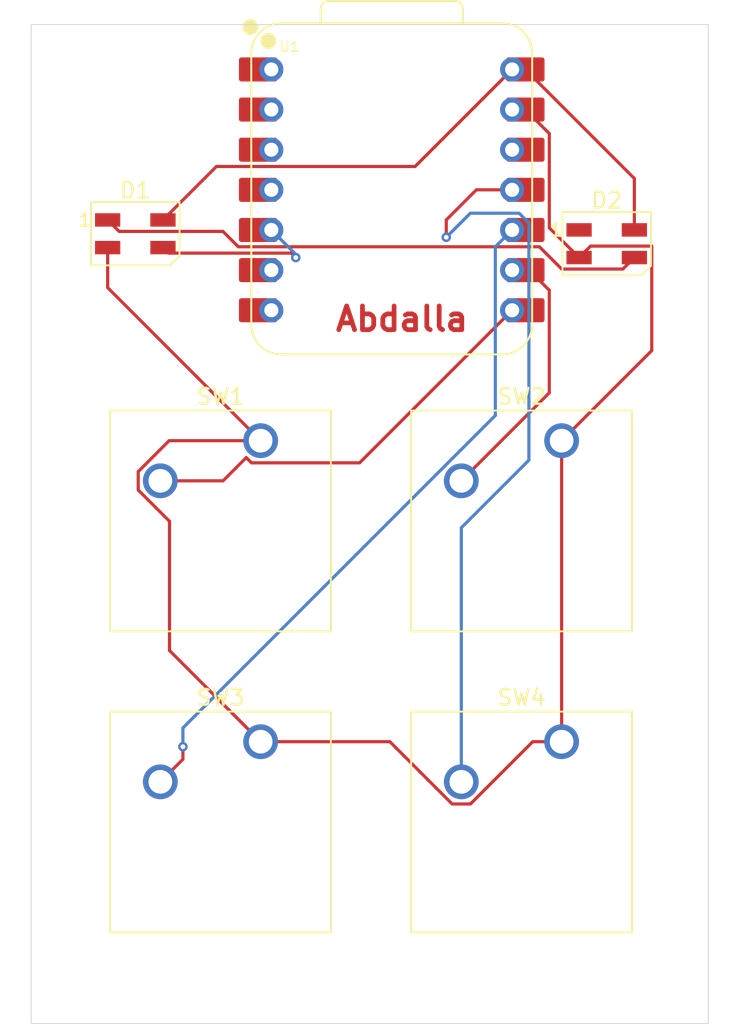
<source format=kicad_pcb>
(kicad_pcb (version 20241229) (generator "pcbnew") (generator_version "9.0")
  (layers (0 "F.Cu" signal) (2 "B.Cu" signal) (13 "F.Paste" user) (15 "B.Paste" user) (5 "F.SilkS" user "F.Silkscreen") (7 "B.SilkS" user "B.Silkscreen") (1 "F.Mask" user) (3 "B.Mask" user) (25 "Edge.Cuts" user))
  (net 0 "")
  (net 1 "Net-(D1-DOUT)")
  (net 2 "Net-(D1-DIN)")
  (net 3 "+5V")
  (net 4 "GND")
  (net 6 "Net-(U1-GPIO1{slash}RX)")
  (net 7 "Net-(U1-GPIO2{slash}SCK)")
  (net 8 "Net-(U1-GPIO4{slash}MISO)")
  (net 9 "Net-(U1-GPIO3{slash}MOSI)")
  (net 10 "unconnected-(U1-GPIO27{slash}ADC1{slash}A1-Pad2)")
  (net 11 "unconnected-(U1-GPIO7{slash}SCL-Pad6)")
  (net 12 "unconnected-(U1-GPIO0{slash}TX-Pad7)")
  (net 13 "unconnected-(U1-3V3-Pad12)")
  (net 14 "unconnected-(U1-GPIO26{slash}ADC0{slash}A0-Pad1)")
  (net 15 "unconnected-(U1-GPIO29{slash}ADC3{slash}A3-Pad4)")
  (net 16 "unconnected-(U1-GPIO28{slash}ADC2{slash}A2-Pad3)")
  (footprint "Button_Switch_Keyboard:SW_Cherry_MX_1.00u_PCB" (layer "F.Cu") (at 152.5588 118.745)
    (property "Reference" "SW4" (at -2.54 -2.794 0) (layer "F.SilkS"))
    (property "Value" "Button_Switch_SMD:SW_SPST_EVQP7A")
    (fp_line (start -9.525 -1.905) (end 4.445 -1.905) (stroke (width 0.12)) (layer "F.SilkS"))
    (fp_line (start -9.525 12.065) (end -9.525 -1.905) (stroke (width 0.12)) (layer "F.SilkS"))
    (fp_line (start 4.445 -1.905) (end 4.445 12.065) (stroke (width 0.12)) (layer "F.SilkS"))
    (fp_line (start 4.445 12.065) (end -9.525 12.065) (stroke (width 0.12)) (layer "F.SilkS"))
    (pad "" np_thru_hole circle (at -7.62 5.08) (size 1.7 1.7) (drill 1.7) (layers "*.Cu" "*.Mask"))
    (pad "" np_thru_hole circle (at -2.54 5.08) (size 4 4) (drill 4) (layers "*.Cu" "*.Mask"))
    (pad "" np_thru_hole circle (at 2.54 5.08) (size 1.7 1.7) (drill 1.7) (layers "*.Cu" "*.Mask"))
    (pad "1" thru_hole circle (at 0 0) (size 2.2 2.2) (drill 1.5) (layers "*.Cu" "*.Mask") (net 4 "GND"))
    (pad "2" thru_hole circle (at -6.35 2.54) (size 2.2 2.2) (drill 1.5) (layers "*.Cu" "*.Mask") (net 9 "Net-(U1-GPIO3{slash}MOSI)"))
  )
  (footprint "Seeed Studio XIAO Series Library:XIAO-RP2040-DIP" (layer "F.Cu") (at 141.805 83.82)
    (property "Reference" "U1" (at -6.485 -9.06 0) (layer "F.SilkS") (effects (font (size 0.635 0.635) (thickness 0.1016))))
    (property "Value" "XIAO-RP2040-DIP")
    (fp_line (start -8.89 8.509) (end -8.89 -8.636) (stroke (width 0.127)) (layer "F.SilkS"))
    (fp_line (start -6.985 10.414) (end 6.985 10.414) (stroke (width 0.127)) (layer "F.SilkS"))
    (fp_line (start -4.495 -10.541) (end -4.491272 -11.451272) (stroke (width 0.127)) (layer "F.SilkS"))
    (fp_line (start -3.991272 -11.951) (end 4.004 -11.951) (stroke (width 0.127)) (layer "F.SilkS"))
    (fp_line (start 4.504 -11.451) (end 4.504 -10.541) (stroke (width 0.127)) (layer "F.SilkS"))
    (fp_line (start 6.985 -10.541) (end -6.985 -10.541) (stroke (width 0.1)) (layer "F.SilkS"))
    (fp_line (start 6.985 -10.541) (end -6.985 -10.541) (stroke (width 0.127)) (layer "F.SilkS"))
    (fp_line (start 8.89 8.509) (end 8.89 -8.636) (stroke (width 0.127)) (layer "F.SilkS"))
    (fp_arc (start -8.89 -8.636) (mid -8.332038 -9.983038) (end -6.985 -10.541) (stroke (width 0.127)) (layer "F.SilkS"))
    (fp_arc (start -6.985 10.414) (mid -8.332038 9.856038) (end -8.89 8.509) (stroke (width 0.127)) (layer "F.SilkS"))
    (fp_arc (start -4.491272 -11.451272) (mid -4.344728 -11.80464) (end -3.991272 -11.951) (stroke (width 0.127)) (layer "F.SilkS"))
    (fp_arc (start 4.004 -11.951) (mid 4.357553 -11.804553) (end 4.504 -11.451) (stroke (width 0.127)) (layer "F.SilkS"))
    (fp_arc (start 6.985 -10.541) (mid 8.332038 -9.983038) (end 8.89 -8.636) (stroke (width 0.127)) (layer "F.SilkS"))
    (fp_arc (start 8.89 8.509) (mid 8.332038 9.856038) (end 6.985 10.414) (stroke (width 0.127)) (layer "F.SilkS"))
    (fp_circle (center -8.95 -10.3) (end -8.95 -10.554) (stroke (width 0.5)) (fill yes) (layer "F.SilkS"))
    (fp_circle (center -7.807 -9.42) (end -7.807 -9.674) (stroke (width 0.5)) (fill yes) (layer "F.SilkS"))
    (pad "1" smd roundrect (at -8.455 -7.62 180) (size 2.432 1.524) (layers "F.Cu" "F.Mask") (roundrect_rratio 0.1) (net 14 "unconnected-(U1-GPIO26{slash}ADC0{slash}A0-Pad1)"))
    (pad "1" thru_hole circle (at -7.62 -7.62 180) (size 1.524 1.524) (drill 0.889) (layers "*.Cu" "*.Mask") (net 14 "unconnected-(U1-GPIO26{slash}ADC0{slash}A0-Pad1)"))
    (pad "2" smd roundrect (at -8.455 -5.08 180) (size 2.432 1.524) (layers "F.Cu" "F.Mask") (roundrect_rratio 0.1) (net 10 "unconnected-(U1-GPIO27{slash}ADC1{slash}A1-Pad2)"))
    (pad "2" thru_hole circle (at -7.62 -5.08 180) (size 1.524 1.524) (drill 0.889) (layers "*.Cu" "*.Mask") (net 10 "unconnected-(U1-GPIO27{slash}ADC1{slash}A1-Pad2)"))
    (pad "3" smd roundrect (at -8.455 -2.54 180) (size 2.432 1.524) (layers "F.Cu" "F.Mask") (roundrect_rratio 0.1) (net 16 "unconnected-(U1-GPIO28{slash}ADC2{slash}A2-Pad3)"))
    (pad "3" thru_hole circle (at -7.62 -2.54 180) (size 1.524 1.524) (drill 0.889) (layers "*.Cu" "*.Mask") (net 16 "unconnected-(U1-GPIO28{slash}ADC2{slash}A2-Pad3)"))
    (pad "4" smd roundrect (at -8.455 0 180) (size 2.432 1.524) (layers "F.Cu" "F.Mask") (roundrect_rratio 0.1) (net 15 "unconnected-(U1-GPIO29{slash}ADC3{slash}A3-Pad4)"))
    (pad "4" thru_hole circle (at -7.62 0 180) (size 1.524 1.524) (drill 0.889) (layers "*.Cu" "*.Mask") (net 15 "unconnected-(U1-GPIO29{slash}ADC3{slash}A3-Pad4)"))
    (pad "5" smd roundrect (at -8.455 2.54 180) (size 2.432 1.524) (layers "F.Cu" "F.Mask") (roundrect_rratio 0.1) (net 2 "Net-(D1-DIN)"))
    (pad "5" thru_hole circle (at -7.62 2.54 180) (size 1.524 1.524) (drill 0.889) (layers "*.Cu" "*.Mask") (net 2 "Net-(D1-DIN)"))
    (pad "6" smd roundrect (at -8.455 5.08 180) (size 2.432 1.524) (layers "F.Cu" "F.Mask") (roundrect_rratio 0.1) (net 11 "unconnected-(U1-GPIO7{slash}SCL-Pad6)"))
    (pad "6" thru_hole circle (at -7.62 5.08 180) (size 1.524 1.524) (drill 0.889) (layers "*.Cu" "*.Mask") (net 11 "unconnected-(U1-GPIO7{slash}SCL-Pad6)"))
    (pad "7" smd roundrect (at -8.455 7.62 180) (size 2.432 1.524) (layers "F.Cu" "F.Mask") (roundrect_rratio 0.1) (net 12 "unconnected-(U1-GPIO0{slash}TX-Pad7)"))
    (pad "7" thru_hole circle (at -7.62 7.62 180) (size 1.524 1.524) (drill 0.889) (layers "*.Cu" "*.Mask") (net 12 "unconnected-(U1-GPIO0{slash}TX-Pad7)"))
    (pad "8" thru_hole circle (at 7.62 7.62) (size 1.524 1.524) (drill 0.889) (layers "*.Cu" "*.Mask") (net 6 "Net-(U1-GPIO1{slash}RX)"))
    (pad "8" smd roundrect (at 8.455 7.62) (size 2.432 1.524) (layers "F.Cu" "F.Mask") (roundrect_rratio 0.1) (net 6 "Net-(U1-GPIO1{slash}RX)"))
    (pad "9" thru_hole circle (at 7.62 5.08) (size 1.524 1.524) (drill 0.889) (layers "*.Cu" "*.Mask") (net 7 "Net-(U1-GPIO2{slash}SCK)"))
    (pad "9" smd roundrect (at 8.455 5.08) (size 2.432 1.524) (layers "F.Cu" "F.Mask") (roundrect_rratio 0.1) (net 7 "Net-(U1-GPIO2{slash}SCK)"))
    (pad "10" thru_hole circle (at 7.62 2.54) (size 1.524 1.524) (drill 0.889) (layers "*.Cu" "*.Mask") (net 8 "Net-(U1-GPIO4{slash}MISO)"))
    (pad "10" smd roundrect (at 8.455 2.54) (size 2.432 1.524) (layers "F.Cu" "F.Mask") (roundrect_rratio 0.1) (net 8 "Net-(U1-GPIO4{slash}MISO)"))
    (pad "11" thru_hole circle (at 7.62 0) (size 1.524 1.524) (drill 0.889) (layers "*.Cu" "*.Mask") (net 9 "Net-(U1-GPIO3{slash}MOSI)"))
    (pad "11" smd roundrect (at 8.455 0) (size 2.432 1.524) (layers "F.Cu" "F.Mask") (roundrect_rratio 0.1) (net 9 "Net-(U1-GPIO3{slash}MOSI)"))
    (pad "12" thru_hole circle (at 7.62 -2.54) (size 1.524 1.524) (drill 0.889) (layers "*.Cu" "*.Mask") (net 13 "unconnected-(U1-3V3-Pad12)"))
    (pad "12" smd roundrect (at 8.455 -2.54) (size 2.432 1.524) (layers "F.Cu" "F.Mask") (roundrect_rratio 0.1) (net 13 "unconnected-(U1-3V3-Pad12)"))
    (pad "13" thru_hole circle (at 7.62 -5.08) (size 1.524 1.524) (drill 0.889) (layers "*.Cu" "*.Mask") (net 4 "GND"))
    (pad "13" smd roundrect (at 8.455 -5.08) (size 2.432 1.524) (layers "F.Cu" "F.Mask") (roundrect_rratio 0.1) (net 4 "GND"))
    (pad "14" thru_hole circle (at 7.62 -7.62) (size 1.524 1.524) (drill 0.889) (layers "*.Cu" "*.Mask") (net 3 "+5V"))
    (pad "14" smd roundrect (at 8.455 -7.62) (size 2.432 1.524) (layers "F.Cu" "F.Mask") (roundrect_rratio 0.1) (net 3 "+5V"))
  )
  (footprint "Button_Switch_Keyboard:SW_Cherry_MX_1.00u_PCB" (layer "F.Cu") (at 152.5588 99.695)
    (property "Reference" "SW2" (at -2.54 -2.794 0) (layer "F.SilkS"))
    (property "Value" "Button_Switch_SMD:SW_SPST_EVQP7A")
    (fp_line (start -9.525 -1.905) (end 4.445 -1.905) (stroke (width 0.12)) (layer "F.SilkS"))
    (fp_line (start -9.525 12.065) (end -9.525 -1.905) (stroke (width 0.12)) (layer "F.SilkS"))
    (fp_line (start 4.445 -1.905) (end 4.445 12.065) (stroke (width 0.12)) (layer "F.SilkS"))
    (fp_line (start 4.445 12.065) (end -9.525 12.065) (stroke (width 0.12)) (layer "F.SilkS"))
    (pad "" np_thru_hole circle (at -7.62 5.08) (size 1.7 1.7) (drill 1.7) (layers "*.Cu" "*.Mask"))
    (pad "" np_thru_hole circle (at -2.54 5.08) (size 4 4) (drill 4) (layers "*.Cu" "*.Mask"))
    (pad "" np_thru_hole circle (at 2.54 5.08) (size 1.7 1.7) (drill 1.7) (layers "*.Cu" "*.Mask"))
    (pad "1" thru_hole circle (at 0 0) (size 2.2 2.2) (drill 1.5) (layers "*.Cu" "*.Mask") (net 4 "GND"))
    (pad "2" thru_hole circle (at -6.35 2.54) (size 2.2 2.2) (drill 1.5) (layers "*.Cu" "*.Mask") (net 7 "Net-(U1-GPIO2{slash}SCK)"))
  )
  (footprint "LED_SMD:LED_SK6812MINI_PLCC4_3.5x3.5mm_P1.75mm" (layer "F.Cu") (at 125.575 86.6)
    (property "Reference" "D1" (at 0 -2.75 0) (layer "F.SilkS"))
    (property "Value" "SK6812MINI")
    (fp_line (start -2.8 -2) (end -2.8 2) (stroke (width 0.12)) (layer "F.SilkS"))
    (fp_line (start -2.8 -2) (end 2.8 -2) (stroke (width 0.12)) (layer "F.SilkS"))
    (fp_line (start -2.8 2) (end 2.2 2) (stroke (width 0.12)) (layer "F.SilkS"))
    (fp_line (start 2.8 1.4) (end 2.2 2) (stroke (width 0.12)) (layer "F.SilkS"))
    (fp_line (start 2.8 1.4) (end 2.8 -2) (stroke (width 0.12)) (layer "F.SilkS"))
    (fp_text user "1" (at -3.2 -0.875 0) (layer "F.SilkS") (effects (font (size 0.8 0.8))))
    (pad "1" smd rect (at -1.75 -0.875) (size 1.6 0.85) (layers "F.Cu" "F.Mask" "F.Paste") (net 1 "Net-(D1-DOUT)"))
    (pad "2" smd rect (at -1.75 0.875) (size 1.6 0.85) (layers "F.Cu" "F.Mask" "F.Paste") (net 4 "GND"))
    (pad "3" smd rect (at 1.75 0.875) (size 1.6 0.85) (layers "F.Cu" "F.Mask" "F.Paste") (net 2 "Net-(D1-DIN)"))
    (pad "4" smd rect (at 1.75 -0.875) (size 1.6 0.85) (layers "F.Cu" "F.Mask" "F.Paste") (net 3 "+5V"))
  )
  (footprint "Button_Switch_Keyboard:SW_Cherry_MX_1.00u_PCB" (layer "F.Cu") (at 133.5088 118.745)
    (property "Reference" "SW3" (at -2.54 -2.794 0) (layer "F.SilkS"))
    (property "Value" "Button_Switch_SMD:SW_SPST_EVQP7A")
    (fp_line (start -9.525 -1.905) (end 4.445 -1.905) (stroke (width 0.12)) (layer "F.SilkS"))
    (fp_line (start -9.525 12.065) (end -9.525 -1.905) (stroke (width 0.12)) (layer "F.SilkS"))
    (fp_line (start 4.445 -1.905) (end 4.445 12.065) (stroke (width 0.12)) (layer "F.SilkS"))
    (fp_line (start 4.445 12.065) (end -9.525 12.065) (stroke (width 0.12)) (layer "F.SilkS"))
    (pad "" np_thru_hole circle (at -7.62 5.08) (size 1.7 1.7) (drill 1.7) (layers "*.Cu" "*.Mask"))
    (pad "" np_thru_hole circle (at -2.54 5.08) (size 4 4) (drill 4) (layers "*.Cu" "*.Mask"))
    (pad "" np_thru_hole circle (at 2.54 5.08) (size 1.7 1.7) (drill 1.7) (layers "*.Cu" "*.Mask"))
    (pad "1" thru_hole circle (at 0 0) (size 2.2 2.2) (drill 1.5) (layers "*.Cu" "*.Mask") (net 4 "GND"))
    (pad "2" thru_hole circle (at -6.35 2.54) (size 2.2 2.2) (drill 1.5) (layers "*.Cu" "*.Mask") (net 8 "Net-(U1-GPIO4{slash}MISO)"))
  )
  (footprint "Button_Switch_Keyboard:SW_Cherry_MX_1.00u_PCB" (layer "F.Cu") (at 133.5088 99.695)
    (property "Reference" "SW1" (at -2.54 -2.794 0) (layer "F.SilkS"))
    (property "Value" "Button_Switch_SMD:SW_SPST_EVQP7A")
    (fp_line (start -9.525 -1.905) (end 4.445 -1.905) (stroke (width 0.12)) (layer "F.SilkS"))
    (fp_line (start -9.525 12.065) (end -9.525 -1.905) (stroke (width 0.12)) (layer "F.SilkS"))
    (fp_line (start 4.445 -1.905) (end 4.445 12.065) (stroke (width 0.12)) (layer "F.SilkS"))
    (fp_line (start 4.445 12.065) (end -9.525 12.065) (stroke (width 0.12)) (layer "F.SilkS"))
    (pad "" np_thru_hole circle (at -7.62 5.08) (size 1.7 1.7) (drill 1.7) (layers "*.Cu" "*.Mask"))
    (pad "" np_thru_hole circle (at -2.54 5.08) (size 4 4) (drill 4) (layers "*.Cu" "*.Mask"))
    (pad "" np_thru_hole circle (at 2.54 5.08) (size 1.7 1.7) (drill 1.7) (layers "*.Cu" "*.Mask"))
    (pad "1" thru_hole circle (at 0 0) (size 2.2 2.2) (drill 1.5) (layers "*.Cu" "*.Mask") (net 4 "GND"))
    (pad "2" thru_hole circle (at -6.35 2.54) (size 2.2 2.2) (drill 1.5) (layers "*.Cu" "*.Mask") (net 6 "Net-(U1-GPIO1{slash}RX)"))
  )
  (footprint "LED_SMD:LED_SK6812MINI_PLCC4_3.5x3.5mm_P1.75mm" (layer "F.Cu") (at 155.4125 87.2312)
    (property "Reference" "D2" (at 0 -2.75 0) (layer "F.SilkS"))
    (property "Value" "SK6812MINI")
    (fp_line (start -2.8 -2) (end -2.8 2) (stroke (width 0.12)) (layer "F.SilkS"))
    (fp_line (start -2.8 -2) (end 2.8 -2) (stroke (width 0.12)) (layer "F.SilkS"))
    (fp_line (start -2.8 2) (end 2.2 2) (stroke (width 0.12)) (layer "F.SilkS"))
    (fp_line (start 2.8 1.4) (end 2.2 2) (stroke (width 0.12)) (layer "F.SilkS"))
    (fp_line (start 2.8 1.4) (end 2.8 -2) (stroke (width 0.12)) (layer "F.SilkS"))
    (fp_text user "1" (at -3.2 -0.875 0) (layer "F.SilkS") (effects (font (size 0.8 0.8))))
    (pad "1" smd rect (at -1.75 -0.875) (size 1.6 0.85) (layers "F.Cu" "F.Mask" "F.Paste"))
    (pad "2" smd rect (at -1.75 0.875) (size 1.6 0.85) (layers "F.Cu" "F.Mask" "F.Paste") (net 4 "GND"))
    (pad "3" smd rect (at 1.75 0.875) (size 1.6 0.85) (layers "F.Cu" "F.Mask" "F.Paste") (net 1 "Net-(D1-DOUT)"))
    (pad "4" smd rect (at 1.75 -0.875) (size 1.6 0.85) (layers "F.Cu" "F.Mask" "F.Paste") (net 3 "+5V"))
  )
  (gr_rect (start 118.9775 73.36) (end 161.84 136.5825) (stroke (width 0.05)) (fill no) (layer "Edge.Cuts"))
  (gr_text "Abdalla" (at 138.1125 92.86875 0) (layer "F.Cu") (effects (font (size 1.5 1.5) (thickness 0.3) (bold yes)) (justify left bottom)))
  (segment (start 156.436 88.8322) (end 152.562 88.8322) (width 0.2) (layer "F.Cu") (net 1))
  (segment (start 151.152 87.423) (end 132.094 87.423) (width 0.2) (layer "F.Cu") (net 1))
  (segment (start 152.562 88.8322) (end 151.152 87.423) (width 0.2) (layer "F.Cu") (net 1))
  (segment (start 156.799 88.4692) (end 156.436 88.8322) (width 0.2) (layer "F.Cu") (net 1))
  (segment (start 131.122 86.451) (end 124.551 86.451) (width 0.2) (layer "F.Cu") (net 1))
  (segment (start 132.094 87.423) (end 131.122 86.451) (width 0.2) (layer "F.Cu") (net 1))
  (segment (start 124.551 86.451) (end 123.825 85.725) (width 0.2) (layer "F.Cu") (net 1))
  (segment (start 157.162 88.1062) (end 156.799 88.4692) (width 0.2) (layer "F.Cu") (net 1))
  (segment (start 156.799 88.4692) (end 156.7995 88.4692) (width 0.2) (layer "F.Cu") (net 1))
  (segment (start 156.7995 88.4692) (end 157.1625 88.1062) (width 0.2) (layer "F.Cu") (net 1))
  (segment (start 135.449 87.824) (end 135.731 88.1062) (width 0.2) (layer "F.Cu") (net 2))
  (segment (start 127.325 87.475) (end 127.674 87.824) (width 0.2) (layer "F.Cu") (net 2))
  (segment (start 133.35 86.36) (end 134.185 86.36) (width 0.2) (layer "F.Cu") (net 2))
  (segment (start 127.674 87.824) (end 135.449 87.824) (width 0.2) (layer "F.Cu") (net 2))
  (via (at 135.731 88.1062) (size 0.6) (drill 0.3) (layers "F.Cu" "B.Cu") (net 2))
  (segment (start 135.731 87.9062) (end 134.185 86.36) (width 0.2) (layer "B.Cu") (net 2))
  (segment (start 135.731 88.1062) (end 135.731 87.9062) (width 0.2) (layer "B.Cu") (net 2))
  (segment (start 143.282 82.343) (end 130.707 82.343) (width 0.2) (layer "F.Cu") (net 3))
  (segment (start 157.162 86.3562) (end 157.162 83.1025) (width 0.2) (layer "F.Cu") (net 3))
  (segment (start 149.425 76.2) (end 143.282 82.343) (width 0.2) (layer "F.Cu") (net 3))
  (segment (start 157.162 83.1025) (end 150.26 76.2) (width 0.2) (layer "F.Cu") (net 3))
  (segment (start 130.707 82.343) (end 127.325 85.725) (width 0.2) (layer "F.Cu") (net 3))
  (segment (start 150.26 76.2) (end 149.425 76.2) (width 0.2) (layer "F.Cu") (net 3))
  (segment (start 157.1625 86.3562) (end 157.162 86.3562) (width 0.2) (layer "F.Cu") (net 3))
  (segment (start 154.388 87.3802) (end 158.264 87.3802) (width 0.2) (layer "F.Cu") (net 4))
  (segment (start 153.6625 88.1062) (end 153.6623 88.106) (width 0.2) (layer "F.Cu") (net 4))
  (segment (start 158.264 87.3802) (end 158.264 93.9902) (width 0.2) (layer "F.Cu") (net 4))
  (segment (start 133.5088 99.695) (end 133.509 99.695) (width 0.2) (layer "F.Cu") (net 4))
  (segment (start 145.628 122.686) (end 141.687 118.745) (width 0.2) (layer "F.Cu") (net 4))
  (segment (start 133.509 118.745) (end 131.2485 116.4845) (width 0.2) (layer "F.Cu") (net 4))
  (segment (start 158.264 93.9902) (end 152.559 99.695) (width 0.2) (layer "F.Cu") (net 4))
  (segment (start 152.5588 99.695) (end 152.559 99.695) (width 0.2) (layer "F.Cu") (net 4))
  (segment (start 133.5088 118.7448) (end 133.5088 118.745) (width 0.2) (layer "F.Cu") (net 4))
  (segment (start 125.758 101.655) (end 127.717 99.695) (width 0.2) (layer "F.Cu") (net 4))
  (segment (start 153.6623 88.106) (end 153.6623 88.1059) (width 0.2) (layer "F.Cu") (net 4))
  (segment (start 149.425 78.74) (end 150.26 78.74) (width 0.2) (layer "F.Cu") (net 4))
  (segment (start 146.789 122.686) (end 145.628 122.686) (width 0.2) (layer "F.Cu") (net 4))
  (segment (start 151.7783 86.2225) (end 153.662 88.1062) (width 0.2) (layer "F.Cu") (net 4))
  (segment (start 153.662 88.1062) (end 153.6623 88.1059) (width 0.2) (layer "F.Cu") (net 4))
  (segment (start 131.2485 116.4845) (end 127.739 112.975) (width 0.2) (layer "F.Cu") (net 4))
  (segment (start 151.7783 80.2583) (end 151.7783 86.2225) (width 0.2) (layer "F.Cu") (net 4))
  (segment (start 152.559 118.745) (end 152.5588 118.745) (width 0.2) (layer "F.Cu") (net 4))
  (segment (start 150.73 118.745) (end 146.789 122.686) (width 0.2) (layer "F.Cu") (net 4))
  (segment (start 125.758 102.815) (end 125.758 101.655) (width 0.2) (layer "F.Cu") (net 4))
  (segment (start 127.739 104.797) (end 125.758 102.815) (width 0.2) (layer "F.Cu") (net 4))
  (segment (start 152.559 99.695) (end 152.559 118.745) (width 0.2) (layer "F.Cu") (net 4))
  (segment (start 127.717 99.695) (end 133.5088 99.695) (width 0.2) (layer "F.Cu") (net 4))
  (segment (start 133.509 99.695) (end 123.825 90.0112) (width 0.2) (layer "F.Cu") (net 4))
  (segment (start 141.687 118.745) (end 133.509 118.745) (width 0.2) (layer "F.Cu") (net 4))
  (segment (start 150.26 78.74) (end 151.7783 80.2583) (width 0.2) (layer "F.Cu") (net 4))
  (segment (start 153.6623 88.1059) (end 154.388 87.3802) (width 0.2) (layer "F.Cu") (net 4))
  (segment (start 131.2485 116.4845) (end 133.5088 118.7448) (width 0.2) (layer "F.Cu") (net 4))
  (segment (start 123.825 90.0112) (end 123.825 87.475) (width 0.2) (layer "F.Cu") (net 4))
  (segment (start 127.739 112.975) (end 127.739 104.797) (width 0.2) (layer "F.Cu") (net 4))
  (segment (start 152.5588 118.745) (end 150.73 118.745) (width 0.2) (layer "F.Cu") (net 4))
  (segment (start 127.159 102.235) (end 131.128 102.235) (width 0.2) (layer "F.Cu") (net 6))
  (segment (start 150.26 91.44) (end 149.425 91.44) (width 0.2) (layer "F.Cu") (net 6))
  (segment (start 131.128 102.235) (end 132.597 100.765) (width 0.2) (layer "F.Cu") (net 6))
  (segment (start 127.1588 102.235) (end 127.159 102.235) (width 0.2) (layer "F.Cu") (net 6))
  (segment (start 132.597 100.765) (end 132.928 101.096) (width 0.2) (layer "F.Cu") (net 6))
  (segment (start 139.769 101.096) (end 149.425 91.44) (width 0.2) (layer "F.Cu") (net 6))
  (segment (start 132.928 101.096) (end 139.769 101.096) (width 0.2) (layer "F.Cu") (net 6))
  (segment (start 146.209 102.235) (end 151.777 96.6668) (width 0.2) (layer "F.Cu") (net 7))
  (segment (start 150.503 88.9) (end 150.26 88.9) (width 0.2) (layer "F.Cu") (net 7))
  (segment (start 150.26 88.9) (end 149.425 88.9) (width 0.2) (layer "F.Cu") (net 7))
  (segment (start 151.777 90.1744) (end 150.503 88.9) (width 0.2) (layer "F.Cu") (net 7))
  (segment (start 146.2088 102.235) (end 146.209 102.235) (width 0.2) (layer "F.Cu") (net 7))
  (segment (start 151.777 96.6668) (end 151.777 90.1744) (width 0.2) (layer "F.Cu") (net 7))
  (segment (start 127.8735 120.5705) (end 127.8733 120.5705) (width 0.2) (layer "F.Cu") (net 8))
  (segment (start 150.26 86.36) (end 149.425 86.36) (width 0.2) (layer "F.Cu") (net 8))
  (segment (start 127.8733 120.5705) (end 127.1588 121.285) (width 0.2) (layer "F.Cu") (net 8))
  (segment (start 128.588 119.856) (end 128.588 119.062) (width 0.2) (layer "F.Cu") (net 8))
  (segment (start 127.8735 120.5705) (end 128.588 119.856) (width 0.2) (layer "F.Cu") (net 8))
  (segment (start 127.159 121.285) (end 127.8735 120.5705) (width 0.2) (layer "F.Cu") (net 8))
  (via (at 128.588 119.062) (size 0.6) (drill 0.3) (layers "F.Cu" "B.Cu") (net 8))
  (segment (start 148.362 87.423) (end 149.425 86.36) (width 0.2) (layer "B.Cu") (net 8))
  (segment (start 128.588 117.875) (end 148.362 98.1004) (width 0.2) (layer "B.Cu") (net 8))
  (segment (start 128.588 119.062) (end 128.588 117.875) (width 0.2) (layer "B.Cu") (net 8))
  (segment (start 148.362 98.1004) (end 148.362 87.423) (width 0.2) (layer "B.Cu") (net 8))
  (segment (start 145.256 85.725) (end 145.256 86.823) (width 0.2) (layer "F.Cu") (net 9))
  (segment (start 149.425 83.82) (end 147.161 83.82) (width 0.2) (layer "F.Cu") (net 9))
  (segment (start 150.26 83.82) (end 149.425 83.82) (width 0.2) (layer "F.Cu") (net 9))
  (segment (start 147.161 83.82) (end 145.256 85.725) (width 0.2) (layer "F.Cu") (net 9))
  (via (at 145.256 86.823) (size 0.6) (drill 0.3) (layers "F.Cu" "B.Cu") (net 9))
  (segment (start 146.209 105.203) (end 146.209 121.285) (width 0.2) (layer "B.Cu") (net 9))
  (segment (start 150.488 85.9197) (end 150.488 100.924) (width 0.2) (layer "B.Cu") (net 9))
  (segment (start 145.256 86.823) (end 146.782 85.297) (width 0.2) (layer "B.Cu") (net 9))
  (segment (start 146.2088 121.285) (end 146.209 121.285) (width 0.2) (layer "B.Cu") (net 9))
  (segment (start 146.782 85.297) (end 149.865 85.297) (width 0.2) (layer "B.Cu") (net 9))
  (segment (start 149.865 85.297) (end 150.488 85.9197) (width 0.2) (layer "B.Cu") (net 9))
  (segment (start 150.488 100.924) (end 146.209 105.203) (width 0.2) (layer "B.Cu") (net 9))
  (segment (start 134.185 78.74) (end 133.35 78.74) (width 0.2) (layer "F.Cu") (net 10))
  (segment (start 134.185 88.9) (end 133.35 88.9) (width 0.2) (layer "F.Cu") (net 11))
  (segment (start 133.35 91.44) (end 134.185 91.44) (width 0.2) (layer "F.Cu") (net 12))
  (segment (start 149.425 81.28) (end 150.26 81.28) (width 0.2) (layer "F.Cu") (net 13))
  (segment (start 134.185 76.2) (end 133.35 76.2) (width 0.2) (layer "F.Cu") (net 14))
  (segment (start 134.185 83.82) (end 133.35 83.82) (width 0.2) (layer "F.Cu") (net 15))
  (segment (start 133.35 81.28) (end 134.185 81.28) (width 0.2) (layer "F.Cu") (net 16))
)
</source>
